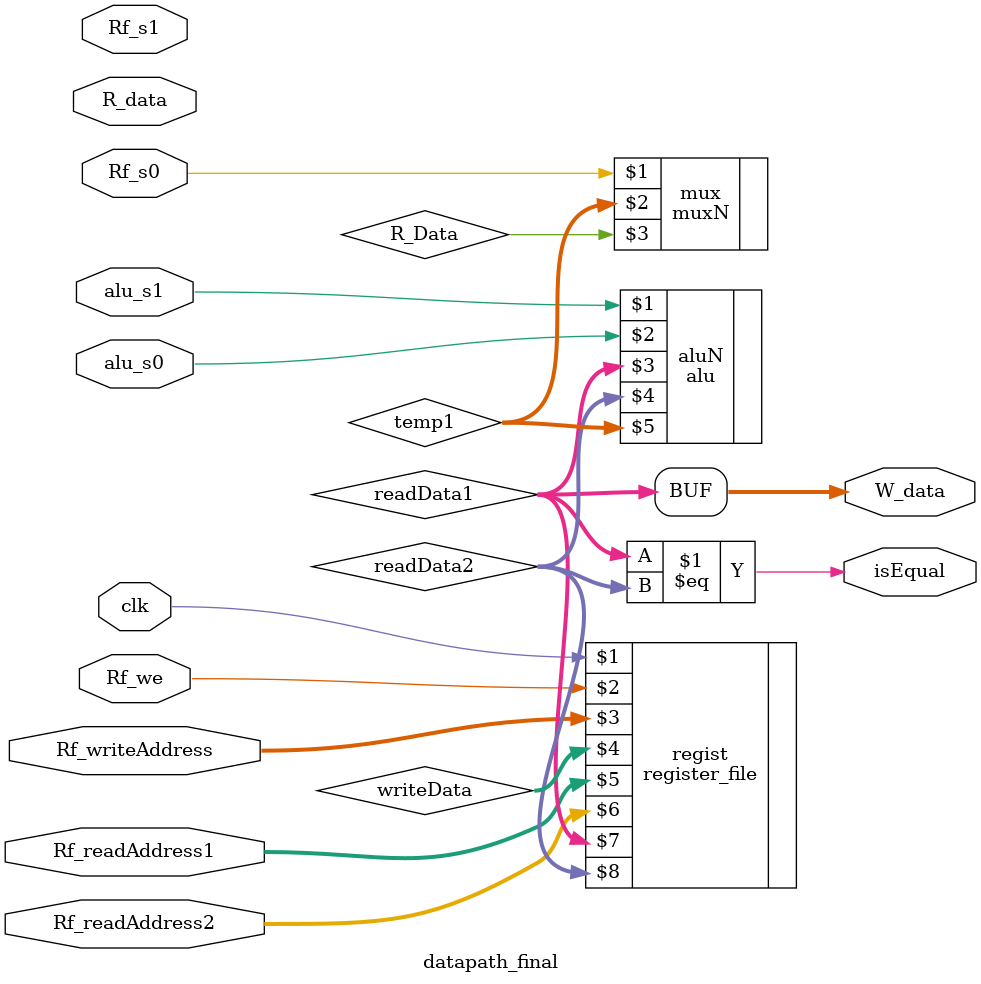
<source format=sv>
`timescale 1ns / 1ps


module datapath_final(
    input logic clk,
    input logic [3:0] Rf_writeAddress,
    input logic Rf_we,
    input logic [3:0] Rf_readAddress1,
    input logic [3:0] Rf_readAddress2,
    input logic alu_s1,
    input logic alu_s0,
    input logic Rf_s1,
    input logic Rf_s0,
    input logic [7:0] R_data,
    output logic [7:0] W_data,
    output logic isEqual);
    
    logic [7:0] writeData, readData1, readData2, temp1;
    
    register_file regist( clk, Rf_we, Rf_writeAddress, writeData, Rf_readAddress1, Rf_readAddress2, readData1, readData2);
    alu aluN( alu_s1, alu_s0, readData1, readData2, temp1);
    muxN mux( Rf_s0, temp1, R_Data);
    // to be constructed
    //alu a1( alu_s1, alu_s0, )
    
    assign W_data = readData1;
    assign isEqual = (readData1 == readData2);
    
endmodule

</source>
